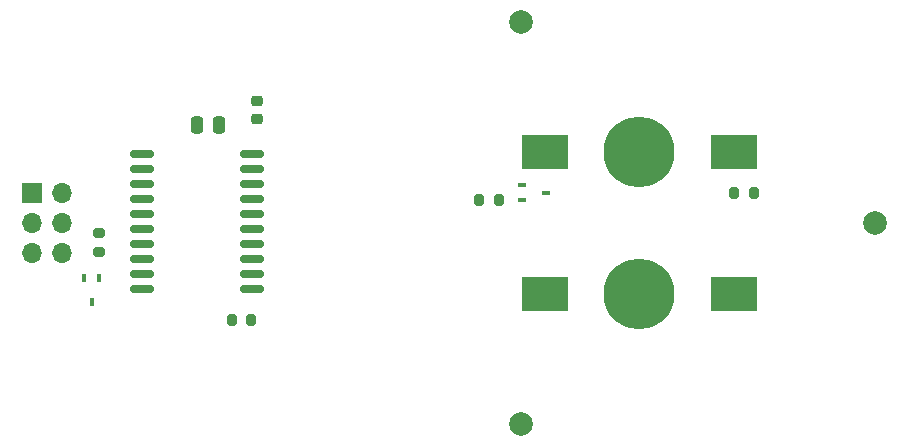
<source format=gbr>
%TF.GenerationSoftware,KiCad,Pcbnew,(6.0.2)*%
%TF.CreationDate,2022-06-07T19:59:40+02:00*%
%TF.ProjectId,cup_sense,6375705f-7365-46e7-9365-2e6b69636164,rev?*%
%TF.SameCoordinates,Original*%
%TF.FileFunction,Soldermask,Bot*%
%TF.FilePolarity,Negative*%
%FSLAX46Y46*%
G04 Gerber Fmt 4.6, Leading zero omitted, Abs format (unit mm)*
G04 Created by KiCad (PCBNEW (6.0.2)) date 2022-06-07 19:59:40*
%MOMM*%
%LPD*%
G01*
G04 APERTURE LIST*
G04 Aperture macros list*
%AMRoundRect*
0 Rectangle with rounded corners*
0 $1 Rounding radius*
0 $2 $3 $4 $5 $6 $7 $8 $9 X,Y pos of 4 corners*
0 Add a 4 corners polygon primitive as box body*
4,1,4,$2,$3,$4,$5,$6,$7,$8,$9,$2,$3,0*
0 Add four circle primitives for the rounded corners*
1,1,$1+$1,$2,$3*
1,1,$1+$1,$4,$5*
1,1,$1+$1,$6,$7*
1,1,$1+$1,$8,$9*
0 Add four rect primitives between the rounded corners*
20,1,$1+$1,$2,$3,$4,$5,0*
20,1,$1+$1,$4,$5,$6,$7,0*
20,1,$1+$1,$6,$7,$8,$9,0*
20,1,$1+$1,$8,$9,$2,$3,0*%
G04 Aperture macros list end*
%ADD10R,4.000000X3.000000*%
%ADD11C,6.000000*%
%ADD12C,2.000000*%
%ADD13R,1.700000X1.700000*%
%ADD14O,1.700000X1.700000*%
%ADD15RoundRect,0.200000X0.275000X-0.200000X0.275000X0.200000X-0.275000X0.200000X-0.275000X-0.200000X0*%
%ADD16RoundRect,0.200000X0.200000X0.275000X-0.200000X0.275000X-0.200000X-0.275000X0.200000X-0.275000X0*%
%ADD17RoundRect,0.250000X0.250000X0.475000X-0.250000X0.475000X-0.250000X-0.475000X0.250000X-0.475000X0*%
%ADD18R,0.700000X0.450000*%
%ADD19RoundRect,0.150000X0.875000X0.150000X-0.875000X0.150000X-0.875000X-0.150000X0.875000X-0.150000X0*%
%ADD20RoundRect,0.200000X-0.200000X-0.275000X0.200000X-0.275000X0.200000X0.275000X-0.200000X0.275000X0*%
%ADD21R,0.450000X0.700000*%
%ADD22RoundRect,0.225000X0.250000X-0.225000X0.250000X0.225000X-0.250000X0.225000X-0.250000X-0.225000X0*%
G04 APERTURE END LIST*
D10*
%TO.C,D4*%
X-8000000Y6000000D03*
X8000000Y6000000D03*
D11*
X0Y6000000D03*
%TD*%
D12*
%TO.C,T1*%
X-10000000Y-17000000D03*
X20000000Y0D03*
X-10000000Y17000000D03*
%TD*%
D13*
%TO.C,J7*%
X-51435000Y2560000D03*
D14*
X-48895000Y2560000D03*
X-51435000Y20000D03*
X-48895000Y20000D03*
X-51435000Y-2520000D03*
X-48895000Y-2520000D03*
%TD*%
D10*
%TO.C,Q1*%
X8000000Y-6000000D03*
X-8000000Y-6000000D03*
D11*
X0Y-6000000D03*
%TD*%
D15*
%TO.C,R3*%
X-45720000Y-2476000D03*
X-45720000Y-826000D03*
%TD*%
D16*
%TO.C,R4*%
X-32830000Y-8255000D03*
X-34480000Y-8255000D03*
%TD*%
%TO.C,R1*%
X9715000Y2540000D03*
X8065000Y2540000D03*
%TD*%
D17*
%TO.C,C2*%
X-35565000Y8255000D03*
X-37465000Y8255000D03*
%TD*%
D18*
%TO.C,Q2*%
X-9890000Y1890000D03*
X-9890000Y3190000D03*
X-7890000Y2540000D03*
%TD*%
D19*
%TO.C,U1*%
X-32815000Y5845000D03*
X-32815000Y4575000D03*
X-32815000Y3305000D03*
X-32815000Y2035000D03*
X-32815000Y765000D03*
X-32815000Y-505000D03*
X-32815000Y-1775000D03*
X-32815000Y-3045000D03*
X-32815000Y-4315000D03*
X-32815000Y-5585000D03*
X-42115000Y-5585000D03*
X-42115000Y-4315000D03*
X-42115000Y-3045000D03*
X-42115000Y-1775000D03*
X-42115000Y-505000D03*
X-42115000Y765000D03*
X-42115000Y2035000D03*
X-42115000Y3305000D03*
X-42115000Y4575000D03*
X-42115000Y5845000D03*
%TD*%
D20*
%TO.C,R2*%
X-13525001Y1905000D03*
X-11875001Y1905000D03*
%TD*%
D21*
%TO.C,Q3*%
X-47005000Y-4715000D03*
X-45705000Y-4715000D03*
X-46355000Y-6715000D03*
%TD*%
D22*
%TO.C,C1*%
X-32385000Y8750000D03*
X-32385000Y10300000D03*
%TD*%
M02*

</source>
